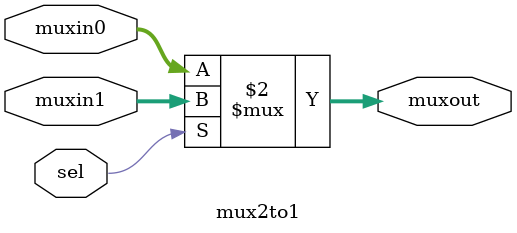
<source format=v>
module wb_stage (
	input clk,
	input rst,

	input wb_en_i,
	input mem_r_en_i,
	input [3:0] dest_i,
	input [31:0] alu_res_i,
	input [31:0] data_mem_i,

	output wb_en_o,
	output [3:0] wb_dest_o,
	output [31:0] wb_val_o
	
);
	mux2to1 #(32) mux_wb(
		.sel(mem_r_en_i),
		.muxin0(alu_res_i),
		.muxin1(data_mem_i),
		.muxout(wb_val_o)
	);
	assign wb_dest_o = dest_i;
	assign wb_en_o = wb_en_i;

endmodule

module mux2to1 #(parameter length = 8) 
(
  input sel,
  input[length-1:0] muxin0,
  input[length-1:0] muxin1,
  output[length-1:0] muxout
);
  assign muxout = ((sel == 1'b0) ? muxin0 : muxin1);
endmodule










</source>
